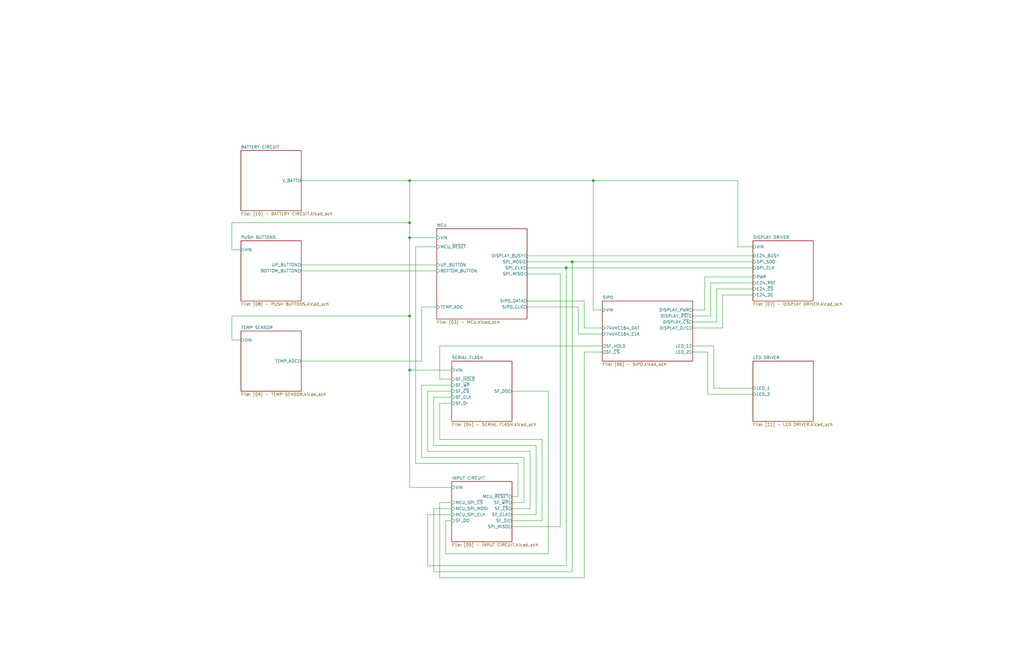
<source format=kicad_sch>
(kicad_sch (version 20230121) (generator eeschema)
  (paper "B")
  (title_block (title "_HW_EPaper") (rev "v1.0") (company "Mend0z0") (comment 1 "v1.0") (comment 2 "CHECKED"))
  (lib_symbols)
  (junction (at 250.19 76.2))
  (junction (at 172.72 76.2))
  (junction (at 172.72 100.33))
  (junction (at 172.72 133.35))
  (junction (at 172.72 156.21))
  (junction (at 172.72 93.98))
  (junction (at 238.76 113.03))
  (junction (at 241.3 110.49))
  (wire (pts (xy 238.76 113.03) (xy 238.76 238.76)))
  (wire (pts (xy 180.34 165.1) (xy 190.5 165.1)))
  (wire (pts (xy 127 76.2) (xy 172.72 76.2)))
  (wire (pts (xy 172.72 100.33) (xy 184.15 100.33)))
  (wire (pts (xy 215.9 212.09) (xy 220.98 212.09)))
  (wire (pts (xy 304.8 124.46) (xy 317.5 124.46)))
  (wire (pts (xy 231.14 233.68) (xy 187.96 233.68)))
  (wire (pts (xy 97.79 105.41) (xy 97.79 93.98)))
  (wire (pts (xy 292.1 135.89) (xy 302.26 135.89)))
  (wire (pts (xy 172.72 76.2) (xy 172.72 93.98)))
  (wire (pts (xy 127 114.3) (xy 184.15 114.3)))
  (wire (pts (xy 254 130.81) (xy 250.19 130.81)))
  (wire (pts (xy 298.45 166.37) (xy 317.5 166.37)))
  (wire (pts (xy 218.44 195.58) (xy 218.44 209.55)))
  (wire (pts (xy 101.6 143.51) (xy 97.79 143.51)))
  (wire (pts (xy 231.14 165.1) (xy 231.14 233.68)))
  (wire (pts (xy 297.18 116.84) (xy 317.5 116.84)))
  (wire (pts (xy 127 152.4) (xy 177.8 152.4)))
  (wire (pts (xy 97.79 133.35) (xy 172.72 133.35)))
  (wire (pts (xy 177.8 193.04) (xy 177.8 162.56)))
  (wire (pts (xy 226.06 187.96) (xy 182.88 187.96)))
  (wire (pts (xy 190.5 212.09) (xy 185.42 212.09)))
  (wire (pts (xy 172.72 156.21) (xy 172.72 133.35)))
  (wire (pts (xy 215.9 222.25) (xy 236.22 222.25)))
  (wire (pts (xy 311.15 76.2) (xy 311.15 104.14)))
  (wire (pts (xy 231.14 165.1) (xy 215.9 165.1)))
  (wire (pts (xy 185.42 160.02) (xy 185.42 146.05)))
  (wire (pts (xy 243.84 140.97) (xy 254 140.97)))
  (wire (pts (xy 241.3 110.49) (xy 317.5 110.49)))
  (wire (pts (xy 299.72 119.38) (xy 317.5 119.38)))
  (wire (pts (xy 246.38 148.59) (xy 254 148.59)))
  (wire (pts (xy 127 111.76) (xy 184.15 111.76)))
  (wire (pts (xy 182.88 214.63) (xy 190.5 214.63)))
  (wire (pts (xy 97.79 93.98) (xy 172.72 93.98)))
  (wire (pts (xy 218.44 195.58) (xy 175.26 195.58)))
  (wire (pts (xy 302.26 135.89) (xy 302.26 121.92)))
  (wire (pts (xy 190.5 205.74) (xy 172.72 205.74)))
  (wire (pts (xy 182.88 167.64) (xy 190.5 167.64)))
  (wire (pts (xy 299.72 133.35) (xy 299.72 119.38)))
  (wire (pts (xy 220.98 212.09) (xy 220.98 193.04)))
  (wire (pts (xy 180.34 238.76) (xy 180.34 217.17)))
  (wire (pts (xy 175.26 195.58) (xy 175.26 104.14)))
  (wire (pts (xy 236.22 115.57) (xy 236.22 222.25)))
  (wire (pts (xy 182.88 187.96) (xy 182.88 167.64)))
  (wire (pts (xy 302.26 121.92) (xy 317.5 121.92)))
  (wire (pts (xy 250.19 76.2) (xy 311.15 76.2)))
  (wire (pts (xy 246.38 243.84) (xy 246.38 148.59)))
  (wire (pts (xy 97.79 143.51) (xy 97.79 133.35)))
  (wire (pts (xy 223.52 190.5) (xy 180.34 190.5)))
  (wire (pts (xy 304.8 138.43) (xy 304.8 124.46)))
  (wire (pts (xy 180.34 217.17) (xy 190.5 217.17)))
  (wire (pts (xy 238.76 113.03) (xy 317.5 113.03)))
  (wire (pts (xy 238.76 113.03) (xy 222.25 113.03)))
  (wire (pts (xy 292.1 138.43) (xy 304.8 138.43)))
  (wire (pts (xy 300.99 163.83) (xy 317.5 163.83)))
  (wire (pts (xy 185.42 146.05) (xy 254 146.05)))
  (wire (pts (xy 220.98 193.04) (xy 177.8 193.04)))
  (wire (pts (xy 182.88 241.3) (xy 182.88 214.63)))
  (wire (pts (xy 228.6 185.42) (xy 185.42 185.42)))
  (wire (pts (xy 243.84 129.54) (xy 243.84 140.97)))
  (wire (pts (xy 185.42 243.84) (xy 246.38 243.84)))
  (wire (pts (xy 180.34 190.5) (xy 180.34 165.1)))
  (wire (pts (xy 222.25 107.95) (xy 317.5 107.95)))
  (wire (pts (xy 246.38 127) (xy 246.38 138.43)))
  (wire (pts (xy 185.42 185.42) (xy 185.42 170.18)))
  (wire (pts (xy 177.8 129.54) (xy 184.15 129.54)))
  (wire (pts (xy 222.25 129.54) (xy 243.84 129.54)))
  (wire (pts (xy 222.25 127) (xy 246.38 127)))
  (wire (pts (xy 185.42 170.18) (xy 190.5 170.18)))
  (wire (pts (xy 180.34 238.76) (xy 238.76 238.76)))
  (wire (pts (xy 223.52 214.63) (xy 223.52 190.5)))
  (wire (pts (xy 298.45 148.59) (xy 298.45 166.37)))
  (wire (pts (xy 190.5 156.21) (xy 172.72 156.21)))
  (wire (pts (xy 215.9 219.71) (xy 228.6 219.71)))
  (wire (pts (xy 241.3 110.49) (xy 241.3 241.3)))
  (wire (pts (xy 226.06 217.17) (xy 226.06 187.96)))
  (wire (pts (xy 187.96 233.68) (xy 187.96 219.71)))
  (wire (pts (xy 172.72 100.33) (xy 172.72 133.35)))
  (wire (pts (xy 222.25 115.57) (xy 236.22 115.57)))
  (wire (pts (xy 311.15 104.14) (xy 317.5 104.14)))
  (wire (pts (xy 300.99 146.05) (xy 300.99 163.83)))
  (wire (pts (xy 250.19 76.2) (xy 172.72 76.2)))
  (wire (pts (xy 177.8 162.56) (xy 190.5 162.56)))
  (wire (pts (xy 172.72 205.74) (xy 172.72 156.21)))
  (wire (pts (xy 187.96 219.71) (xy 190.5 219.71)))
  (wire (pts (xy 185.42 212.09) (xy 185.42 243.84)))
  (wire (pts (xy 215.9 217.17) (xy 226.06 217.17)))
  (wire (pts (xy 250.19 130.81) (xy 250.19 76.2)))
  (wire (pts (xy 175.26 104.14) (xy 184.15 104.14)))
  (wire (pts (xy 228.6 219.71) (xy 228.6 185.42)))
  (wire (pts (xy 190.5 160.02) (xy 185.42 160.02)))
  (wire (pts (xy 292.1 146.05) (xy 300.99 146.05)))
  (wire (pts (xy 177.8 152.4) (xy 177.8 129.54)))
  (wire (pts (xy 292.1 133.35) (xy 299.72 133.35)))
  (wire (pts (xy 246.38 138.43) (xy 254 138.43)))
  (wire (pts (xy 215.9 214.63) (xy 223.52 214.63)))
  (wire (pts (xy 215.9 209.55) (xy 218.44 209.55)))
  (wire (pts (xy 292.1 148.59) (xy 298.45 148.59)))
  (wire (pts (xy 297.18 130.81) (xy 297.18 116.84)))
  (wire (pts (xy 241.3 110.49) (xy 222.25 110.49)))
  (wire (pts (xy 292.1 130.81) (xy 297.18 130.81)))
  (wire (pts (xy 101.6 105.41) (xy 97.79 105.41)))
  (wire (pts (xy 182.88 241.3) (xy 241.3 241.3)))
  (wire (pts (xy 172.72 93.98) (xy 172.72 100.33)))
  (sheet (at 101.6 101.6) (size 25.4 25.4) (stroke (width 0.1524))
    (property "Sheetname" "PUSH BUTTONS" (at 101.6 100.8884 0) (effects (justify left bottom)))
    (property "Sheetfile" "[08] - PUSH BUTTONS.kicad_sch" (at 101.6 127.5846 0) (effects (justify left top)))
    (pin "VIN" input (at 101.6 105.41 180))
    (pin "UP_BUTTON" output (at 127 111.76 0))
    (pin "BOTTOM_BUTTON" output (at 127 114.3 0))
  )
  (sheet (at 190.5 152.4) (size 25.4 25.4) (stroke (width 0.1524))
    (property "Sheetname" "SERIAL FLASH" (at 190.5 151.6884 0) (effects (justify left bottom)))
    (property "Sheetfile" "[04] - SERIAL FLASH.kicad_sch" (at 190.5 178.3846 0) (effects (justify left top)))
    (pin "VIN" input (at 190.5 156.21 180))
    (pin "SF_DI" input (at 190.5 170.18 180))
    (pin "SF_~{HOLD}" input (at 190.5 160.02 180))
    (pin "SF_~{CS}" input (at 190.5 165.1 180))
    (pin "SF_CLK" input (at 190.5 167.64 180))
    (pin "SF_~{WP}" input (at 190.5 162.56 180))
    (pin "SF_DO" output (at 215.9 165.1 0))
  )
  (sheet (at 254 127) (size 38.1 25.4) (stroke (width 0.1524))
    (property "Sheetname" "SIPO" (at 254 126.2884 0) (effects (justify left bottom)))
    (property "Sheetfile" "[06] - SIPO.kicad_sch" (at 254 152.9846 0) (effects (justify left top)))
    (pin "74VHC164_DAT" input (at 254 138.43 180))
    (pin "VIN" input (at 254 130.81 180))
    (pin "74VHC164_CLK" input (at 254 140.97 180))
    (pin "DISPLAY_PWR" output (at 292.1 130.81 0))
    (pin "SF_~{CS}" output (at 254 148.59 180))
    (pin "DISPLAY_~{CS}" output (at 292.1 135.89 0))
    (pin "DISPLAY_~{RST}" output (at 292.1 133.35 0))
    (pin "SF_HOLD" output (at 254 146.05 180))
    (pin "DISPLAY_D{slash}C" output (at 292.1 138.43 0))
    (pin "LED_2" output (at 292.1 148.59 0))
    (pin "LED_1" output (at 292.1 146.05 0))
  )
  (sheet (at 190.5 203.2) (size 25.4 25.4) (stroke (width 0.1524))
    (property "Sheetname" "INPUT CIRCUIT" (at 190.5 202.4884 0) (effects (justify left bottom)))
    (property "Sheetfile" "[05] - INPUT CIRCUIT.kicad_sch" (at 190.5 229.1846 0) (effects (justify left top)))
    (pin "VIN" input (at 190.5 205.74 180))
    (pin "MCU_SPI_MOSI" input (at 190.5 214.63 180))
    (pin "MCU_SPI_~{CS}" input (at 190.5 212.09 180))
    (pin "MCU_SPI_CLK" input (at 190.5 217.17 180))
    (pin "SF_~{WP}" output (at 215.9 212.09 0))
    (pin "MCU_~{RESET}" output (at 215.9 209.55 0))
    (pin "SF_~{CS}" output (at 215.9 214.63 0))
    (pin "SF_CLK" output (at 215.9 217.17 0))
    (pin "SF_DI" output (at 215.9 219.71 0))
    (pin "SPI_MISO" output (at 215.9 222.25 0))
    (pin "SF_DO" input (at 190.5 219.71 180))
  )
  (sheet (at 184.15 96.52) (size 38.1 38.1) (stroke (width 0.1524))
    (property "Sheetname" "MCU" (at 184.15 95.8084 0) (effects (justify left bottom)))
    (property "Sheetfile" "[03] - MCU.kicad_sch" (at 184.15 135.2046 0) (effects (justify left top)))
    (pin "UP_BUTTON" input (at 184.15 111.76 180))
    (pin "TEMP_ADC" input (at 184.15 129.54 180))
    (pin "BOTTOM_BUTTON" input (at 184.15 114.3 180))
    (pin "SPI_CLK" output (at 222.25 113.03 0))
    (pin "DISPLAY_BUSY" input (at 222.25 107.95 0))
    (pin "SPI_MOSI" output (at 222.25 110.49 0))
    (pin "SPI_MISO" input (at 222.25 115.57 0))
    (pin "SIPO_DATA" output (at 222.25 127 0))
    (pin "SIPO_CLK" output (at 222.25 129.54 0))
    (pin "VIN" input (at 184.15 100.33 180))
    (pin "MCU_~{RESET}" input (at 184.15 104.14 180))
  )
  (sheet (at 317.5 101.6) (size 25.4 25.4) (stroke (width 0.1524))
    (property "Sheetname" "DISPLAY DRIVER" (at 317.5 100.8884 0) (effects (justify left bottom)))
    (property "Sheetfile" "[07] - DISPLAY DRIVER.kicad_sch" (at 317.5 127.5846 0) (effects (justify left top)))
    (pin "SPI_SDO" input (at 317.5 110.49 180))
    (pin "E24_~{CS}" input (at 317.5 121.92 180))
    (pin "E24_RST" input (at 317.5 119.38 180))
    (pin "E24_DC" input (at 317.5 124.46 180))
    (pin "SPI_CLK" input (at 317.5 113.03 180))
    (pin "E24_BUSY" bidirectional (at 317.5 107.95 180))
    (pin "VIN" input (at 317.5 104.14 180))
    (pin "PWR" input (at 317.5 116.84 180))
  )
  (sheet (at 101.6 139.7) (size 25.4 25.4) (stroke (width 0.1524))
    (property "Sheetname" "TEMP SENSOR" (at 101.6 138.9884 0) (effects (justify left bottom)))
    (property "Sheetfile" "[09] - TEMP SENSOR.kicad_sch" (at 101.6 165.6846 0) (effects (justify left top)))
    (pin "VIN" input (at 101.6 143.51 180))
    (pin "TEMP_ADC" output (at 127 152.4 0))
  )
  (sheet (at 317.5 152.4) (size 25.4 25.4) (stroke (width 0.1524))
    (property "Sheetname" "LED DRIVER" (at 317.5 151.6884 0) (effects (justify left bottom)))
    (property "Sheetfile" "[11] - LED DRIVER.kicad_sch" (at 317.5 178.3846 0) (effects (justify left top)))
    (pin "LED_1" input (at 317.5 163.83 180))
    (pin "LED_2" input (at 317.5 166.37 180))
  )
  (sheet (at 101.6 63.5) (size 25.4 25.4) (stroke (width 0.1524))
    (property "Sheetname" "BATTERY CIRCUIT" (at 101.6 62.7884 0) (effects (justify left bottom)))
    (property "Sheetfile" "[10] - BATTERY CIRCUIT.kicad_sch" (at 101.6 89.4846 0) (effects (justify left top)))
    (pin "V_BATT" output (at 127 76.2 0))
  )
)
</source>
